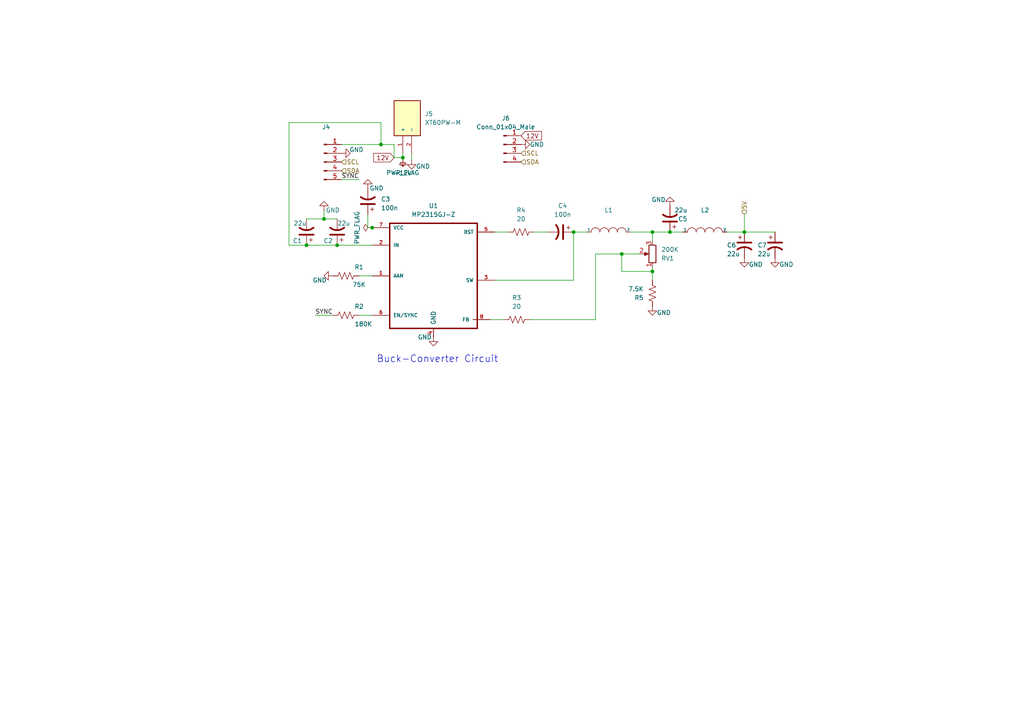
<source format=kicad_sch>
(kicad_sch (version 20211123) (generator eeschema)

  (uuid 44d8279a-9cd1-4db6-856f-0363131605fc)

  (paper "A4")

  (lib_symbols
    (symbol "Connector:Conn_01x04_Male" (pin_names (offset 1.016) hide) (in_bom yes) (on_board yes)
      (property "Reference" "J" (id 0) (at 0 5.08 0)
        (effects (font (size 1.27 1.27)))
      )
      (property "Value" "Conn_01x04_Male" (id 1) (at 0 -7.62 0)
        (effects (font (size 1.27 1.27)))
      )
      (property "Footprint" "" (id 2) (at 0 0 0)
        (effects (font (size 1.27 1.27)) hide)
      )
      (property "Datasheet" "~" (id 3) (at 0 0 0)
        (effects (font (size 1.27 1.27)) hide)
      )
      (property "ki_keywords" "connector" (id 4) (at 0 0 0)
        (effects (font (size 1.27 1.27)) hide)
      )
      (property "ki_description" "Generic connector, single row, 01x04, script generated (kicad-library-utils/schlib/autogen/connector/)" (id 5) (at 0 0 0)
        (effects (font (size 1.27 1.27)) hide)
      )
      (property "ki_fp_filters" "Connector*:*_1x??_*" (id 6) (at 0 0 0)
        (effects (font (size 1.27 1.27)) hide)
      )
      (symbol "Conn_01x04_Male_1_1"
        (polyline
          (pts
            (xy 1.27 -5.08)
            (xy 0.8636 -5.08)
          )
          (stroke (width 0.1524) (type default) (color 0 0 0 0))
          (fill (type none))
        )
        (polyline
          (pts
            (xy 1.27 -2.54)
            (xy 0.8636 -2.54)
          )
          (stroke (width 0.1524) (type default) (color 0 0 0 0))
          (fill (type none))
        )
        (polyline
          (pts
            (xy 1.27 0)
            (xy 0.8636 0)
          )
          (stroke (width 0.1524) (type default) (color 0 0 0 0))
          (fill (type none))
        )
        (polyline
          (pts
            (xy 1.27 2.54)
            (xy 0.8636 2.54)
          )
          (stroke (width 0.1524) (type default) (color 0 0 0 0))
          (fill (type none))
        )
        (rectangle (start 0.8636 -4.953) (end 0 -5.207)
          (stroke (width 0.1524) (type default) (color 0 0 0 0))
          (fill (type outline))
        )
        (rectangle (start 0.8636 -2.413) (end 0 -2.667)
          (stroke (width 0.1524) (type default) (color 0 0 0 0))
          (fill (type outline))
        )
        (rectangle (start 0.8636 0.127) (end 0 -0.127)
          (stroke (width 0.1524) (type default) (color 0 0 0 0))
          (fill (type outline))
        )
        (rectangle (start 0.8636 2.667) (end 0 2.413)
          (stroke (width 0.1524) (type default) (color 0 0 0 0))
          (fill (type outline))
        )
        (pin passive line (at 5.08 2.54 180) (length 3.81)
          (name "Pin_1" (effects (font (size 1.27 1.27))))
          (number "1" (effects (font (size 1.27 1.27))))
        )
        (pin passive line (at 5.08 0 180) (length 3.81)
          (name "Pin_2" (effects (font (size 1.27 1.27))))
          (number "2" (effects (font (size 1.27 1.27))))
        )
        (pin passive line (at 5.08 -2.54 180) (length 3.81)
          (name "Pin_3" (effects (font (size 1.27 1.27))))
          (number "3" (effects (font (size 1.27 1.27))))
        )
        (pin passive line (at 5.08 -5.08 180) (length 3.81)
          (name "Pin_4" (effects (font (size 1.27 1.27))))
          (number "4" (effects (font (size 1.27 1.27))))
        )
      )
    )
    (symbol "Connector:Conn_01x05_Male" (pin_names (offset 1.016) hide) (in_bom yes) (on_board yes)
      (property "Reference" "J" (id 0) (at 0 7.62 0)
        (effects (font (size 1.27 1.27)))
      )
      (property "Value" "Conn_01x05_Male" (id 1) (at 0 -7.62 0)
        (effects (font (size 1.27 1.27)))
      )
      (property "Footprint" "" (id 2) (at 0 0 0)
        (effects (font (size 1.27 1.27)) hide)
      )
      (property "Datasheet" "~" (id 3) (at 0 0 0)
        (effects (font (size 1.27 1.27)) hide)
      )
      (property "ki_keywords" "connector" (id 4) (at 0 0 0)
        (effects (font (size 1.27 1.27)) hide)
      )
      (property "ki_description" "Generic connector, single row, 01x05, script generated (kicad-library-utils/schlib/autogen/connector/)" (id 5) (at 0 0 0)
        (effects (font (size 1.27 1.27)) hide)
      )
      (property "ki_fp_filters" "Connector*:*_1x??_*" (id 6) (at 0 0 0)
        (effects (font (size 1.27 1.27)) hide)
      )
      (symbol "Conn_01x05_Male_1_1"
        (polyline
          (pts
            (xy 1.27 -5.08)
            (xy 0.8636 -5.08)
          )
          (stroke (width 0.1524) (type default) (color 0 0 0 0))
          (fill (type none))
        )
        (polyline
          (pts
            (xy 1.27 -2.54)
            (xy 0.8636 -2.54)
          )
          (stroke (width 0.1524) (type default) (color 0 0 0 0))
          (fill (type none))
        )
        (polyline
          (pts
            (xy 1.27 0)
            (xy 0.8636 0)
          )
          (stroke (width 0.1524) (type default) (color 0 0 0 0))
          (fill (type none))
        )
        (polyline
          (pts
            (xy 1.27 2.54)
            (xy 0.8636 2.54)
          )
          (stroke (width 0.1524) (type default) (color 0 0 0 0))
          (fill (type none))
        )
        (polyline
          (pts
            (xy 1.27 5.08)
            (xy 0.8636 5.08)
          )
          (stroke (width 0.1524) (type default) (color 0 0 0 0))
          (fill (type none))
        )
        (rectangle (start 0.8636 -4.953) (end 0 -5.207)
          (stroke (width 0.1524) (type default) (color 0 0 0 0))
          (fill (type outline))
        )
        (rectangle (start 0.8636 -2.413) (end 0 -2.667)
          (stroke (width 0.1524) (type default) (color 0 0 0 0))
          (fill (type outline))
        )
        (rectangle (start 0.8636 0.127) (end 0 -0.127)
          (stroke (width 0.1524) (type default) (color 0 0 0 0))
          (fill (type outline))
        )
        (rectangle (start 0.8636 2.667) (end 0 2.413)
          (stroke (width 0.1524) (type default) (color 0 0 0 0))
          (fill (type outline))
        )
        (rectangle (start 0.8636 5.207) (end 0 4.953)
          (stroke (width 0.1524) (type default) (color 0 0 0 0))
          (fill (type outline))
        )
        (pin passive line (at 5.08 5.08 180) (length 3.81)
          (name "Pin_1" (effects (font (size 1.27 1.27))))
          (number "1" (effects (font (size 1.27 1.27))))
        )
        (pin passive line (at 5.08 2.54 180) (length 3.81)
          (name "Pin_2" (effects (font (size 1.27 1.27))))
          (number "2" (effects (font (size 1.27 1.27))))
        )
        (pin passive line (at 5.08 0 180) (length 3.81)
          (name "Pin_3" (effects (font (size 1.27 1.27))))
          (number "3" (effects (font (size 1.27 1.27))))
        )
        (pin passive line (at 5.08 -2.54 180) (length 3.81)
          (name "Pin_4" (effects (font (size 1.27 1.27))))
          (number "4" (effects (font (size 1.27 1.27))))
        )
        (pin passive line (at 5.08 -5.08 180) (length 3.81)
          (name "Pin_5" (effects (font (size 1.27 1.27))))
          (number "5" (effects (font (size 1.27 1.27))))
        )
      )
    )
    (symbol "Device:C_Polarized_US" (pin_numbers hide) (pin_names (offset 0.254) hide) (in_bom yes) (on_board yes)
      (property "Reference" "C" (id 0) (at 0.635 2.54 0)
        (effects (font (size 1.27 1.27)) (justify left))
      )
      (property "Value" "C_Polarized_US" (id 1) (at 0.635 -2.54 0)
        (effects (font (size 1.27 1.27)) (justify left))
      )
      (property "Footprint" "" (id 2) (at 0 0 0)
        (effects (font (size 1.27 1.27)) hide)
      )
      (property "Datasheet" "~" (id 3) (at 0 0 0)
        (effects (font (size 1.27 1.27)) hide)
      )
      (property "ki_keywords" "cap capacitor" (id 4) (at 0 0 0)
        (effects (font (size 1.27 1.27)) hide)
      )
      (property "ki_description" "Polarized capacitor, US symbol" (id 5) (at 0 0 0)
        (effects (font (size 1.27 1.27)) hide)
      )
      (property "ki_fp_filters" "CP_*" (id 6) (at 0 0 0)
        (effects (font (size 1.27 1.27)) hide)
      )
      (symbol "C_Polarized_US_0_1"
        (polyline
          (pts
            (xy -2.032 0.762)
            (xy 2.032 0.762)
          )
          (stroke (width 0.508) (type default) (color 0 0 0 0))
          (fill (type none))
        )
        (polyline
          (pts
            (xy -1.778 2.286)
            (xy -0.762 2.286)
          )
          (stroke (width 0) (type default) (color 0 0 0 0))
          (fill (type none))
        )
        (polyline
          (pts
            (xy -1.27 1.778)
            (xy -1.27 2.794)
          )
          (stroke (width 0) (type default) (color 0 0 0 0))
          (fill (type none))
        )
        (arc (start 2.032 -1.27) (mid 0 -0.5572) (end -2.032 -1.27)
          (stroke (width 0.508) (type default) (color 0 0 0 0))
          (fill (type none))
        )
      )
      (symbol "C_Polarized_US_1_1"
        (pin passive line (at 0 3.81 270) (length 2.794)
          (name "~" (effects (font (size 1.27 1.27))))
          (number "1" (effects (font (size 1.27 1.27))))
        )
        (pin passive line (at 0 -3.81 90) (length 3.302)
          (name "~" (effects (font (size 1.27 1.27))))
          (number "2" (effects (font (size 1.27 1.27))))
        )
      )
    )
    (symbol "Device:R_Potentiometer" (pin_names (offset 1.016) hide) (in_bom yes) (on_board yes)
      (property "Reference" "RV" (id 0) (at -4.445 0 90)
        (effects (font (size 1.27 1.27)))
      )
      (property "Value" "R_Potentiometer" (id 1) (at -2.54 0 90)
        (effects (font (size 1.27 1.27)))
      )
      (property "Footprint" "" (id 2) (at 0 0 0)
        (effects (font (size 1.27 1.27)) hide)
      )
      (property "Datasheet" "~" (id 3) (at 0 0 0)
        (effects (font (size 1.27 1.27)) hide)
      )
      (property "ki_keywords" "resistor variable" (id 4) (at 0 0 0)
        (effects (font (size 1.27 1.27)) hide)
      )
      (property "ki_description" "Potentiometer" (id 5) (at 0 0 0)
        (effects (font (size 1.27 1.27)) hide)
      )
      (property "ki_fp_filters" "Potentiometer*" (id 6) (at 0 0 0)
        (effects (font (size 1.27 1.27)) hide)
      )
      (symbol "R_Potentiometer_0_1"
        (polyline
          (pts
            (xy 2.54 0)
            (xy 1.524 0)
          )
          (stroke (width 0) (type default) (color 0 0 0 0))
          (fill (type none))
        )
        (polyline
          (pts
            (xy 1.143 0)
            (xy 2.286 0.508)
            (xy 2.286 -0.508)
            (xy 1.143 0)
          )
          (stroke (width 0) (type default) (color 0 0 0 0))
          (fill (type outline))
        )
        (rectangle (start 1.016 2.54) (end -1.016 -2.54)
          (stroke (width 0.254) (type default) (color 0 0 0 0))
          (fill (type none))
        )
      )
      (symbol "R_Potentiometer_1_1"
        (pin passive line (at 0 3.81 270) (length 1.27)
          (name "1" (effects (font (size 1.27 1.27))))
          (number "1" (effects (font (size 1.27 1.27))))
        )
        (pin passive line (at 3.81 0 180) (length 1.27)
          (name "2" (effects (font (size 1.27 1.27))))
          (number "2" (effects (font (size 1.27 1.27))))
        )
        (pin passive line (at 0 -3.81 90) (length 1.27)
          (name "3" (effects (font (size 1.27 1.27))))
          (number "3" (effects (font (size 1.27 1.27))))
        )
      )
    )
    (symbol "Device:R_US" (pin_numbers hide) (pin_names (offset 0)) (in_bom yes) (on_board yes)
      (property "Reference" "R" (id 0) (at 2.54 0 90)
        (effects (font (size 1.27 1.27)))
      )
      (property "Value" "R_US" (id 1) (at -2.54 0 90)
        (effects (font (size 1.27 1.27)))
      )
      (property "Footprint" "" (id 2) (at 1.016 -0.254 90)
        (effects (font (size 1.27 1.27)) hide)
      )
      (property "Datasheet" "~" (id 3) (at 0 0 0)
        (effects (font (size 1.27 1.27)) hide)
      )
      (property "ki_keywords" "R res resistor" (id 4) (at 0 0 0)
        (effects (font (size 1.27 1.27)) hide)
      )
      (property "ki_description" "Resistor, US symbol" (id 5) (at 0 0 0)
        (effects (font (size 1.27 1.27)) hide)
      )
      (property "ki_fp_filters" "R_*" (id 6) (at 0 0 0)
        (effects (font (size 1.27 1.27)) hide)
      )
      (symbol "R_US_0_1"
        (polyline
          (pts
            (xy 0 -2.286)
            (xy 0 -2.54)
          )
          (stroke (width 0) (type default) (color 0 0 0 0))
          (fill (type none))
        )
        (polyline
          (pts
            (xy 0 2.286)
            (xy 0 2.54)
          )
          (stroke (width 0) (type default) (color 0 0 0 0))
          (fill (type none))
        )
        (polyline
          (pts
            (xy 0 -0.762)
            (xy 1.016 -1.143)
            (xy 0 -1.524)
            (xy -1.016 -1.905)
            (xy 0 -2.286)
          )
          (stroke (width 0) (type default) (color 0 0 0 0))
          (fill (type none))
        )
        (polyline
          (pts
            (xy 0 0.762)
            (xy 1.016 0.381)
            (xy 0 0)
            (xy -1.016 -0.381)
            (xy 0 -0.762)
          )
          (stroke (width 0) (type default) (color 0 0 0 0))
          (fill (type none))
        )
        (polyline
          (pts
            (xy 0 2.286)
            (xy 1.016 1.905)
            (xy 0 1.524)
            (xy -1.016 1.143)
            (xy 0 0.762)
          )
          (stroke (width 0) (type default) (color 0 0 0 0))
          (fill (type none))
        )
      )
      (symbol "R_US_1_1"
        (pin passive line (at 0 3.81 270) (length 1.27)
          (name "~" (effects (font (size 1.27 1.27))))
          (number "1" (effects (font (size 1.27 1.27))))
        )
        (pin passive line (at 0 -3.81 90) (length 1.27)
          (name "~" (effects (font (size 1.27 1.27))))
          (number "2" (effects (font (size 1.27 1.27))))
        )
      )
    )
    (symbol "MP2315GJ-Z:MP2315GJ-Z" (pin_names (offset 1.016)) (in_bom yes) (on_board yes)
      (property "Reference" "U" (id 0) (at -12.7 16.2306 0)
        (effects (font (size 1.27 1.27)) (justify left bottom))
      )
      (property "Value" "MP2315GJ-Z" (id 1) (at -12.7 -19.2278 0)
        (effects (font (size 1.27 1.27)) (justify left bottom))
      )
      (property "Footprint" "SOT65P280X100-8N" (id 2) (at 0 0 0)
        (effects (font (size 1.27 1.27)) (justify left bottom) hide)
      )
      (property "Datasheet" "SOT65P280X100-8N" (id 3) (at 0 0 0)
        (effects (font (size 1.27 1.27)) (justify left bottom) hide)
      )
      (property "Field4" "Monolithic Power" (id 4) (at 0 0 0)
        (effects (font (size 1.27 1.27)) (justify left bottom) hide)
      )
      (property "ki_locked" "" (id 5) (at 0 0 0)
        (effects (font (size 1.27 1.27)))
      )
      (symbol "MP2315GJ-Z_0_0"
        (polyline
          (pts
            (xy -12.7 -15.24)
            (xy -12.7 15.24)
          )
          (stroke (width 0.4064) (type default) (color 0 0 0 0))
          (fill (type none))
        )
        (polyline
          (pts
            (xy -12.7 15.24)
            (xy 12.7 15.24)
          )
          (stroke (width 0.4064) (type default) (color 0 0 0 0))
          (fill (type outline))
        )
        (polyline
          (pts
            (xy 12.7 -15.24)
            (xy -12.7 -15.24)
          )
          (stroke (width 0.4064) (type default) (color 0 0 0 0))
          (fill (type none))
        )
        (polyline
          (pts
            (xy 12.7 15.24)
            (xy 12.7 -15.24)
          )
          (stroke (width 0.4064) (type default) (color 0 0 0 0))
          (fill (type none))
        )
        (pin input line (at -17.78 0 0) (length 5.08)
          (name "AAM" (effects (font (size 1.016 1.016))))
          (number "1" (effects (font (size 1.016 1.016))))
        )
        (pin power_in line (at -17.78 8.89 0) (length 5.08)
          (name "IN" (effects (font (size 1.016 1.016))))
          (number "2" (effects (font (size 1.016 1.016))))
        )
        (pin bidirectional line (at 17.78 -1.27 180) (length 5.08)
          (name "SW" (effects (font (size 1.016 1.016))))
          (number "3" (effects (font (size 1.016 1.016))))
        )
        (pin output line (at 17.78 12.7 180) (length 5.08)
          (name "BST" (effects (font (size 1.016 1.016))))
          (number "5" (effects (font (size 1.016 1.016))))
        )
        (pin input line (at -17.78 -11.43 0) (length 5.08)
          (name "EN/SYNC" (effects (font (size 1.016 1.016))))
          (number "6" (effects (font (size 1.016 1.016))))
        )
        (pin power_in line (at -17.78 13.97 0) (length 5.08)
          (name "VCC" (effects (font (size 1.016 1.016))))
          (number "7" (effects (font (size 1.016 1.016))))
        )
        (pin bidirectional line (at 16.51 -12.7 180) (length 5.08)
          (name "FB" (effects (font (size 1.016 1.016))))
          (number "8" (effects (font (size 1.016 1.016))))
        )
      )
      (symbol "MP2315GJ-Z_1_1"
        (rectangle (start -12.7 15.24) (end 12.7 -15.24)
          (stroke (width 0) (type default) (color 0 0 0 0))
          (fill (type none))
        )
        (pin power_out line (at 0 -17.78 90) (length 2.54)
          (name "GND" (effects (font (size 1.27 1.27))))
          (number "4" (effects (font (size 1.27 1.27))))
        )
      )
    )
    (symbol "XT60PW-M:XT60PW-M" (pin_names (offset 1.016)) (in_bom yes) (on_board yes)
      (property "Reference" "J" (id 0) (at -5.08 5.715 0)
        (effects (font (size 1.27 1.27)) (justify left bottom))
      )
      (property "Value" "XT60PW-M" (id 1) (at -5.08 -5.08 0)
        (effects (font (size 1.27 1.27)) (justify left bottom))
      )
      (property "Footprint" "AMASS_XT60PW-M" (id 2) (at 0 0 0)
        (effects (font (size 1.27 1.27)) (justify left bottom) hide)
      )
      (property "Datasheet" "" (id 3) (at 0 0 0)
        (effects (font (size 1.27 1.27)) (justify left bottom) hide)
      )
      (property "STANDARD" "Manufacturer recommendations" (id 4) (at 0 0 0)
        (effects (font (size 1.27 1.27)) (justify left bottom) hide)
      )
      (property "PARTREV" "V1.2" (id 5) (at 0 0 0)
        (effects (font (size 1.27 1.27)) (justify left bottom) hide)
      )
      (property "MANUFACTURER" "AMASS" (id 6) (at 0 0 0)
        (effects (font (size 1.27 1.27)) (justify left bottom) hide)
      )
      (property "MAXIMUM_PACKAGE_HEIGHT" "8.4 mm" (id 7) (at 0 0 0)
        (effects (font (size 1.27 1.27)) (justify left bottom) hide)
      )
      (property "ki_locked" "" (id 8) (at 0 0 0)
        (effects (font (size 1.27 1.27)))
      )
      (symbol "XT60PW-M_0_0"
        (rectangle (start -5.08 -2.54) (end 5.08 5.08)
          (stroke (width 0.254) (type default) (color 0 0 0 0))
          (fill (type background))
        )
        (pin passive line (at -10.16 2.54 0) (length 5.08)
          (name "+" (effects (font (size 1.016 1.016))))
          (number "1" (effects (font (size 1.016 1.016))))
        )
        (pin passive line (at -10.16 0 0) (length 5.08)
          (name "-" (effects (font (size 1.016 1.016))))
          (number "2" (effects (font (size 1.016 1.016))))
        )
      )
    )
    (symbol "power:+12V" (power) (pin_names (offset 0)) (in_bom yes) (on_board yes)
      (property "Reference" "#PWR" (id 0) (at 0 -3.81 0)
        (effects (font (size 1.27 1.27)) hide)
      )
      (property "Value" "+12V" (id 1) (at 0 3.556 0)
        (effects (font (size 1.27 1.27)))
      )
      (property "Footprint" "" (id 2) (at 0 0 0)
        (effects (font (size 1.27 1.27)) hide)
      )
      (property "Datasheet" "" (id 3) (at 0 0 0)
        (effects (font (size 1.27 1.27)) hide)
      )
      (property "ki_keywords" "power-flag" (id 4) (at 0 0 0)
        (effects (font (size 1.27 1.27)) hide)
      )
      (property "ki_description" "Power symbol creates a global label with name \"+12V\"" (id 5) (at 0 0 0)
        (effects (font (size 1.27 1.27)) hide)
      )
      (symbol "+12V_0_1"
        (polyline
          (pts
            (xy -0.762 1.27)
            (xy 0 2.54)
          )
          (stroke (width 0) (type default) (color 0 0 0 0))
          (fill (type none))
        )
        (polyline
          (pts
            (xy 0 0)
            (xy 0 2.54)
          )
          (stroke (width 0) (type default) (color 0 0 0 0))
          (fill (type none))
        )
        (polyline
          (pts
            (xy 0 2.54)
            (xy 0.762 1.27)
          )
          (stroke (width 0) (type default) (color 0 0 0 0))
          (fill (type none))
        )
      )
      (symbol "+12V_1_1"
        (pin power_in line (at 0 0 90) (length 0) hide
          (name "+12V" (effects (font (size 1.27 1.27))))
          (number "1" (effects (font (size 1.27 1.27))))
        )
      )
    )
    (symbol "power:GND" (power) (pin_names (offset 0)) (in_bom yes) (on_board yes)
      (property "Reference" "#PWR" (id 0) (at 0 -6.35 0)
        (effects (font (size 1.27 1.27)) hide)
      )
      (property "Value" "GND" (id 1) (at 0 -3.81 0)
        (effects (font (size 1.27 1.27)))
      )
      (property "Footprint" "" (id 2) (at 0 0 0)
        (effects (font (size 1.27 1.27)) hide)
      )
      (property "Datasheet" "" (id 3) (at 0 0 0)
        (effects (font (size 1.27 1.27)) hide)
      )
      (property "ki_keywords" "power-flag" (id 4) (at 0 0 0)
        (effects (font (size 1.27 1.27)) hide)
      )
      (property "ki_description" "Power symbol creates a global label with name \"GND\" , ground" (id 5) (at 0 0 0)
        (effects (font (size 1.27 1.27)) hide)
      )
      (symbol "GND_0_1"
        (polyline
          (pts
            (xy 0 0)
            (xy 0 -1.27)
            (xy 1.27 -1.27)
            (xy 0 -2.54)
            (xy -1.27 -1.27)
            (xy 0 -1.27)
          )
          (stroke (width 0) (type default) (color 0 0 0 0))
          (fill (type none))
        )
      )
      (symbol "GND_1_1"
        (pin power_in line (at 0 0 270) (length 0) hide
          (name "GND" (effects (font (size 1.27 1.27))))
          (number "1" (effects (font (size 1.27 1.27))))
        )
      )
    )
    (symbol "power:PWR_FLAG" (power) (pin_numbers hide) (pin_names (offset 0) hide) (in_bom yes) (on_board yes)
      (property "Reference" "#FLG" (id 0) (at 0 1.905 0)
        (effects (font (size 1.27 1.27)) hide)
      )
      (property "Value" "PWR_FLAG" (id 1) (at 0 3.81 0)
        (effects (font (size 1.27 1.27)))
      )
      (property "Footprint" "" (id 2) (at 0 0 0)
        (effects (font (size 1.27 1.27)) hide)
      )
      (property "Datasheet" "~" (id 3) (at 0 0 0)
        (effects (font (size 1.27 1.27)) hide)
      )
      (property "ki_keywords" "power-flag" (id 4) (at 0 0 0)
        (effects (font (size 1.27 1.27)) hide)
      )
      (property "ki_description" "Special symbol for telling ERC where power comes from" (id 5) (at 0 0 0)
        (effects (font (size 1.27 1.27)) hide)
      )
      (symbol "PWR_FLAG_0_0"
        (pin power_out line (at 0 0 90) (length 0)
          (name "pwr" (effects (font (size 1.27 1.27))))
          (number "1" (effects (font (size 1.27 1.27))))
        )
      )
      (symbol "PWR_FLAG_0_1"
        (polyline
          (pts
            (xy 0 0)
            (xy 0 1.27)
            (xy -1.016 1.905)
            (xy 0 2.54)
            (xy 1.016 1.905)
            (xy 0 1.27)
          )
          (stroke (width 0) (type default) (color 0 0 0 0))
          (fill (type none))
        )
      )
    )
    (symbol "pspice:INDUCTOR" (pin_numbers hide) (pin_names (offset 0)) (in_bom yes) (on_board yes)
      (property "Reference" "L" (id 0) (at 0 2.54 0)
        (effects (font (size 1.27 1.27)))
      )
      (property "Value" "INDUCTOR" (id 1) (at 0 -1.27 0)
        (effects (font (size 1.27 1.27)))
      )
      (property "Footprint" "" (id 2) (at 0 0 0)
        (effects (font (size 1.27 1.27)) hide)
      )
      (property "Datasheet" "~" (id 3) (at 0 0 0)
        (effects (font (size 1.27 1.27)) hide)
      )
      (property "ki_keywords" "simulation" (id 4) (at 0 0 0)
        (effects (font (size 1.27 1.27)) hide)
      )
      (property "ki_description" "Inductor symbol for simulation only" (id 5) (at 0 0 0)
        (effects (font (size 1.27 1.27)) hide)
      )
      (symbol "INDUCTOR_0_1"
        (arc (start -2.54 0) (mid -3.81 1.27) (end -5.08 0)
          (stroke (width 0) (type default) (color 0 0 0 0))
          (fill (type none))
        )
        (arc (start 0 0) (mid -1.27 1.27) (end -2.54 0)
          (stroke (width 0) (type default) (color 0 0 0 0))
          (fill (type none))
        )
        (arc (start 2.54 0) (mid 1.27 1.27) (end 0 0)
          (stroke (width 0) (type default) (color 0 0 0 0))
          (fill (type none))
        )
        (arc (start 5.08 0) (mid 3.81 1.27) (end 2.54 0)
          (stroke (width 0) (type default) (color 0 0 0 0))
          (fill (type none))
        )
      )
      (symbol "INDUCTOR_1_1"
        (pin input line (at -6.35 0 0) (length 1.27)
          (name "1" (effects (font (size 0.762 0.762))))
          (number "1" (effects (font (size 0.762 0.762))))
        )
        (pin input line (at 6.35 0 180) (length 1.27)
          (name "2" (effects (font (size 0.762 0.762))))
          (number "2" (effects (font (size 0.762 0.762))))
        )
      )
    )
  )

  (junction (at 110.49 41.91) (diameter 0) (color 0 0 0 0)
    (uuid 296d5e80-c82b-4862-affe-a8be0eb030a8)
  )
  (junction (at 194.31 67.31) (diameter 0) (color 0 0 0 0)
    (uuid 3f9124ef-ff7e-4a86-8f4f-b7178560c014)
  )
  (junction (at 180.34 73.66) (diameter 0) (color 0 0 0 0)
    (uuid 6d3aadfd-4957-458a-beca-b6f30128f639)
  )
  (junction (at 88.9 71.12) (diameter 0) (color 0 0 0 0)
    (uuid 7ae8717e-b4f1-4189-a477-0fb7656ec348)
  )
  (junction (at 107.95 66.04) (diameter 0) (color 0 0 0 0)
    (uuid 8ed0c672-bd0d-47dc-a1b5-b443a2fe6420)
  )
  (junction (at 215.9 67.31) (diameter 0) (color 0 0 0 0)
    (uuid a4726d8a-e874-483d-be3e-48465f4466a2)
  )
  (junction (at 116.84 45.72) (diameter 0) (color 0 0 0 0)
    (uuid ab3ff2d1-8c7c-4150-abc3-b48f5f21fd8f)
  )
  (junction (at 93.98 63.5) (diameter 0) (color 0 0 0 0)
    (uuid cb660648-9ea1-4c68-9c75-cf5bf476f82d)
  )
  (junction (at 166.37 67.31) (diameter 0) (color 0 0 0 0)
    (uuid d2d1e241-b845-4d21-8872-bb1c6d5c9757)
  )
  (junction (at 189.23 78.74) (diameter 0) (color 0 0 0 0)
    (uuid dc6a4d9b-887b-437f-bb5e-95b547aed5e9)
  )
  (junction (at 189.23 67.31) (diameter 0) (color 0 0 0 0)
    (uuid f5846348-3bce-4637-8697-09c60be2e322)
  )
  (junction (at 97.79 71.12) (diameter 0) (color 0 0 0 0)
    (uuid f77aca23-77e4-4ce2-a79f-cb9720049216)
  )

  (wire (pts (xy 185.42 73.66) (xy 180.34 73.66))
    (stroke (width 0) (type default) (color 0 0 0 0))
    (uuid 11ddea2d-1e7c-4a95-8243-71e36e73242d)
  )
  (wire (pts (xy 180.34 73.66) (xy 180.34 78.74))
    (stroke (width 0) (type default) (color 0 0 0 0))
    (uuid 22a2600b-6a94-46e4-b759-7a940732c125)
  )
  (wire (pts (xy 106.68 66.04) (xy 106.68 62.23))
    (stroke (width 0) (type default) (color 0 0 0 0))
    (uuid 2444f6e3-93be-429d-9d0f-e91b9046154a)
  )
  (wire (pts (xy 88.9 63.5) (xy 93.98 63.5))
    (stroke (width 0) (type default) (color 0 0 0 0))
    (uuid 261541f1-3c0f-4112-844b-d0b839f53798)
  )
  (wire (pts (xy 154.94 67.31) (xy 158.75 67.31))
    (stroke (width 0) (type default) (color 0 0 0 0))
    (uuid 2c68ddcb-4e30-4b8f-b2c2-3bb4e2de93e1)
  )
  (wire (pts (xy 180.34 73.66) (xy 172.72 73.66))
    (stroke (width 0) (type default) (color 0 0 0 0))
    (uuid 2ef2e9fa-cdaf-44c5-aa3f-f246a38282d0)
  )
  (wire (pts (xy 93.98 60.96) (xy 93.98 63.5))
    (stroke (width 0) (type default) (color 0 0 0 0))
    (uuid 3374f587-2d01-4691-a6e3-8fc7c4a0d165)
  )
  (wire (pts (xy 182.88 67.31) (xy 189.23 67.31))
    (stroke (width 0) (type default) (color 0 0 0 0))
    (uuid 3d110515-596f-4a8e-8934-f55806d46311)
  )
  (wire (pts (xy 104.14 91.44) (xy 107.95 91.44))
    (stroke (width 0) (type default) (color 0 0 0 0))
    (uuid 3dae4d25-cea0-48bd-a894-81406549b9b4)
  )
  (wire (pts (xy 166.37 67.31) (xy 170.18 67.31))
    (stroke (width 0) (type default) (color 0 0 0 0))
    (uuid 440c954d-dd56-41c1-be5f-48967e2bc6b1)
  )
  (wire (pts (xy 114.3 41.91) (xy 114.3 45.72))
    (stroke (width 0) (type default) (color 0 0 0 0))
    (uuid 44c673c3-20c5-47a2-9920-37f2a3704dc8)
  )
  (wire (pts (xy 143.51 81.28) (xy 166.37 81.28))
    (stroke (width 0) (type default) (color 0 0 0 0))
    (uuid 45c80d87-1194-487a-82c1-a8d2bd6ae414)
  )
  (wire (pts (xy 180.34 78.74) (xy 189.23 78.74))
    (stroke (width 0) (type default) (color 0 0 0 0))
    (uuid 45f3e745-80b8-4a1e-a5e5-ad3f534192c9)
  )
  (wire (pts (xy 110.49 41.91) (xy 114.3 41.91))
    (stroke (width 0) (type default) (color 0 0 0 0))
    (uuid 4b656d6a-c7a4-4eb3-b0cf-36d7c4193002)
  )
  (wire (pts (xy 189.23 78.74) (xy 189.23 77.47))
    (stroke (width 0) (type default) (color 0 0 0 0))
    (uuid 59fed6f5-6ad8-4089-b0d0-2b063674a41c)
  )
  (wire (pts (xy 143.51 67.31) (xy 147.32 67.31))
    (stroke (width 0) (type default) (color 0 0 0 0))
    (uuid 5fdf3882-6518-48fd-8eaa-534a093f82a5)
  )
  (wire (pts (xy 97.79 71.12) (xy 107.95 71.12))
    (stroke (width 0) (type default) (color 0 0 0 0))
    (uuid 71baea62-0d3e-43e3-a399-b6ca3f3a7898)
  )
  (wire (pts (xy 83.82 35.56) (xy 110.49 35.56))
    (stroke (width 0) (type default) (color 0 0 0 0))
    (uuid 71bdeef3-98d0-4696-b411-2d9df0d5a06a)
  )
  (wire (pts (xy 91.44 91.44) (xy 96.52 91.44))
    (stroke (width 0) (type default) (color 0 0 0 0))
    (uuid 73b345da-2b0b-4713-a69b-e21152e06c93)
  )
  (wire (pts (xy 116.84 44.45) (xy 116.84 45.72))
    (stroke (width 0) (type default) (color 0 0 0 0))
    (uuid 7b7514e4-743e-46f6-8fc2-fea9db270045)
  )
  (wire (pts (xy 104.14 80.01) (xy 107.95 80.01))
    (stroke (width 0) (type default) (color 0 0 0 0))
    (uuid 7f289c63-9a66-4ef5-9fb2-7016cbd12fc3)
  )
  (wire (pts (xy 83.82 71.12) (xy 83.82 35.56))
    (stroke (width 0) (type default) (color 0 0 0 0))
    (uuid 829a2804-837b-421a-addb-5aa842a61816)
  )
  (wire (pts (xy 93.98 63.5) (xy 97.79 63.5))
    (stroke (width 0) (type default) (color 0 0 0 0))
    (uuid 892cc84f-f9a3-4fcf-a321-773cda08473d)
  )
  (wire (pts (xy 194.31 67.31) (xy 198.12 67.31))
    (stroke (width 0) (type default) (color 0 0 0 0))
    (uuid 8b656090-22bf-49f2-bd73-889219d6a800)
  )
  (wire (pts (xy 88.9 71.12) (xy 83.82 71.12))
    (stroke (width 0) (type default) (color 0 0 0 0))
    (uuid 900f9079-7b14-4043-bed1-ae7ef09bd99b)
  )
  (wire (pts (xy 107.95 66.04) (xy 106.68 66.04))
    (stroke (width 0) (type default) (color 0 0 0 0))
    (uuid 953b6d26-da40-4df9-a0ab-83d1afcb275f)
  )
  (wire (pts (xy 215.9 62.23) (xy 215.9 67.31))
    (stroke (width 0) (type default) (color 0 0 0 0))
    (uuid 9734dc12-cd80-4c66-a8d1-e365c5cc77ed)
  )
  (wire (pts (xy 172.72 73.66) (xy 172.72 92.71))
    (stroke (width 0) (type default) (color 0 0 0 0))
    (uuid 97f07057-9f7c-4769-9633-5db9f5d8f157)
  )
  (wire (pts (xy 119.38 46.482) (xy 119.38 44.45))
    (stroke (width 0) (type default) (color 0 0 0 0))
    (uuid 9bb20359-0f8b-45bc-9d38-6626ed3a939d)
  )
  (wire (pts (xy 99.06 41.91) (xy 110.49 41.91))
    (stroke (width 0) (type default) (color 0 0 0 0))
    (uuid a183b2fd-7279-4045-9676-06471409624a)
  )
  (wire (pts (xy 114.3 45.72) (xy 116.84 45.72))
    (stroke (width 0) (type default) (color 0 0 0 0))
    (uuid a34797b1-843c-45f6-807f-d0ba04550a59)
  )
  (wire (pts (xy 88.9 71.12) (xy 97.79 71.12))
    (stroke (width 0) (type default) (color 0 0 0 0))
    (uuid a55d5eb8-145d-414e-8315-06e381ced580)
  )
  (wire (pts (xy 104.14 52.07) (xy 99.06 52.07))
    (stroke (width 0) (type default) (color 0 0 0 0))
    (uuid afe11237-d878-4062-8421-cf9c06a6c358)
  )
  (wire (pts (xy 189.23 67.31) (xy 194.31 67.31))
    (stroke (width 0) (type default) (color 0 0 0 0))
    (uuid b50ed894-659b-4ccf-b577-1fd3571af6c5)
  )
  (wire (pts (xy 110.49 35.56) (xy 110.49 41.91))
    (stroke (width 0) (type default) (color 0 0 0 0))
    (uuid c09b062b-2e5c-4d4c-aaa9-ccc1768ec4a9)
  )
  (wire (pts (xy 146.05 92.71) (xy 142.24 92.71))
    (stroke (width 0) (type default) (color 0 0 0 0))
    (uuid c26c79e0-eaf9-4d8c-a1bc-a755450d76d8)
  )
  (wire (pts (xy 172.72 92.71) (xy 153.67 92.71))
    (stroke (width 0) (type default) (color 0 0 0 0))
    (uuid c2d2c217-06f0-4231-96e0-b675dc5dee0b)
  )
  (wire (pts (xy 215.9 67.31) (xy 224.79 67.31))
    (stroke (width 0) (type default) (color 0 0 0 0))
    (uuid d0da941d-a4dd-4d5e-94e9-e3a734b638e3)
  )
  (wire (pts (xy 189.23 81.28) (xy 189.23 78.74))
    (stroke (width 0) (type default) (color 0 0 0 0))
    (uuid d7a42c0d-6299-4efa-90fb-d903d8566c3d)
  )
  (wire (pts (xy 210.82 67.31) (xy 215.9 67.31))
    (stroke (width 0) (type default) (color 0 0 0 0))
    (uuid e44ab8a7-c22a-403e-a5e4-f23c991f63d5)
  )
  (wire (pts (xy 189.23 67.31) (xy 189.23 69.85))
    (stroke (width 0) (type default) (color 0 0 0 0))
    (uuid eaa25f5c-53d1-4090-811a-26ca97c137cb)
  )
  (wire (pts (xy 166.37 81.28) (xy 166.37 67.31))
    (stroke (width 0) (type default) (color 0 0 0 0))
    (uuid f226540f-0d28-46f5-808c-dd8c509d7182)
  )

  (text "Buck-Converter Circuit" (at 109.22 105.41 0)
    (effects (font (size 2 2)) (justify left bottom))
    (uuid e7d01280-1638-40ab-865c-d83a62642c95)
  )

  (label "SYNC" (at 104.14 52.07 180)
    (effects (font (size 1.27 1.27)) (justify right bottom))
    (uuid 0a7d6a09-11ae-42d8-b748-846a148ddaa7)
  )
  (label "SYNC" (at 91.44 91.44 0)
    (effects (font (size 1.27 1.27)) (justify left bottom))
    (uuid 0d1b69bb-b00c-40d8-935d-9bb5e0400f0f)
  )

  (global_label "12V" (shape input) (at 114.3 45.72 180) (fields_autoplaced)
    (effects (font (size 1.27 1.27)) (justify right))
    (uuid 7dc880bc-e7eb-4cce-8d8c-0b65a9dd788e)
    (property "Intersheet References" "${INTERSHEET_REFS}" (id 0) (at -9.652 -0.762 0)
      (effects (font (size 1.27 1.27)) hide)
    )
  )
  (global_label "12V" (shape input) (at 151.13 39.37 0) (fields_autoplaced)
    (effects (font (size 1.27 1.27)) (justify left))
    (uuid c35c243a-c28c-48da-8a2a-504470ca1dd3)
    (property "Intersheet References" "${INTERSHEET_REFS}" (id 0) (at 275.082 85.852 0)
      (effects (font (size 1.27 1.27)) hide)
    )
  )

  (hierarchical_label "SCL" (shape input) (at 151.13 44.45 0)
    (effects (font (size 1.27 1.27)) (justify left))
    (uuid 3636c872-9d44-4e25-8508-52ae4d269507)
  )
  (hierarchical_label "SDA" (shape input) (at 99.06 49.53 0)
    (effects (font (size 1.27 1.27)) (justify left))
    (uuid 3e903008-0276-4a73-8edb-5d9dfde6297c)
  )
  (hierarchical_label "SDA" (shape input) (at 151.13 46.99 0)
    (effects (font (size 1.27 1.27)) (justify left))
    (uuid 65c1b946-a6bb-44fb-b211-0a5d39c28996)
  )
  (hierarchical_label "5V" (shape input) (at 215.9 62.23 90)
    (effects (font (size 1.27 1.27)) (justify left))
    (uuid 758dddb4-8fe9-445c-bdf8-b341b4a47047)
  )
  (hierarchical_label "SCL" (shape input) (at 99.06 46.99 0)
    (effects (font (size 1.27 1.27)) (justify left))
    (uuid 75ffc65c-7132-4411-9f2a-ae0c73d79338)
  )

  (symbol (lib_id "power:GND") (at 119.38 46.482 0) (unit 1)
    (in_bom yes) (on_board yes)
    (uuid 00000000-0000-0000-0000-0000625255a6)
    (property "Reference" "#PWR0102" (id 0) (at 119.38 52.832 0)
      (effects (font (size 1.27 1.27)) hide)
    )
    (property "Value" "GND" (id 1) (at 122.682 48.26 0))
    (property "Footprint" "" (id 2) (at 119.38 46.482 0)
      (effects (font (size 1.27 1.27)) hide)
    )
    (property "Datasheet" "" (id 3) (at 119.38 46.482 0)
      (effects (font (size 1.27 1.27)) hide)
    )
    (pin "1" (uuid 1d2d5409-88f7-49e7-af86-7e9d4508aee5))
  )

  (symbol (lib_id "power:GND") (at 99.06 44.45 90) (unit 1)
    (in_bom yes) (on_board yes)
    (uuid 00000000-0000-0000-0000-0000625334fb)
    (property "Reference" "#PWR0106" (id 0) (at 105.41 44.45 0)
      (effects (font (size 1.27 1.27)) hide)
    )
    (property "Value" "GND" (id 1) (at 101.346 43.434 90)
      (effects (font (size 1.27 1.27)) (justify right))
    )
    (property "Footprint" "" (id 2) (at 99.06 44.45 0)
      (effects (font (size 1.27 1.27)) hide)
    )
    (property "Datasheet" "" (id 3) (at 99.06 44.45 0)
      (effects (font (size 1.27 1.27)) hide)
    )
    (pin "1" (uuid 660f274e-865c-4a92-9f67-759f39e3f3e2))
  )

  (symbol (lib_id "power:PWR_FLAG") (at 116.84 45.72 180) (unit 1)
    (in_bom yes) (on_board yes)
    (uuid 00000000-0000-0000-0000-000062533e89)
    (property "Reference" "#FLG0101" (id 0) (at 116.84 47.625 0)
      (effects (font (size 1.27 1.27)) hide)
    )
    (property "Value" "PWR_FLAG" (id 1) (at 116.84 50.1142 0))
    (property "Footprint" "" (id 2) (at 116.84 45.72 0)
      (effects (font (size 1.27 1.27)) hide)
    )
    (property "Datasheet" "~" (id 3) (at 116.84 45.72 0)
      (effects (font (size 1.27 1.27)) hide)
    )
    (pin "1" (uuid 3dfb52c6-9d35-4f96-9279-c27e60d1dc50))
  )

  (symbol (lib_id "Device:C_Polarized_US") (at 224.79 71.12 0) (unit 1)
    (in_bom yes) (on_board yes)
    (uuid 011cea97-6c64-4775-b76d-b4988ee2ebba)
    (property "Reference" "C7" (id 0) (at 219.71 71.12 0)
      (effects (font (size 1.27 1.27)) (justify left))
    )
    (property "Value" "22u" (id 1) (at 219.71 73.66 0)
      (effects (font (size 1.27 1.27)) (justify left))
    )
    (property "Footprint" "Capacitor_SMD:C_1210_3225Metric_Pad1.33x2.70mm_HandSolder" (id 2) (at 224.79 71.12 0)
      (effects (font (size 1.27 1.27)) hide)
    )
    (property "Datasheet" "~" (id 3) (at 224.79 71.12 0)
      (effects (font (size 1.27 1.27)) hide)
    )
    (pin "1" (uuid e5698f97-9b46-4685-93a9-dae619ba0915))
    (pin "2" (uuid 391bed6e-78d7-48af-8142-596d4145e9b7))
  )

  (symbol (lib_id "Device:R_US") (at 100.33 80.01 90) (unit 1)
    (in_bom yes) (on_board yes)
    (uuid 01ab8886-1033-4950-85a1-f2de223eb967)
    (property "Reference" "R1" (id 0) (at 104.14 77.47 90))
    (property "Value" "75K" (id 1) (at 104.14 82.55 90))
    (property "Footprint" "Resistor_SMD:R_0805_2012Metric_Pad1.20x1.40mm_HandSolder" (id 2) (at 100.584 78.994 90)
      (effects (font (size 1.27 1.27)) hide)
    )
    (property "Datasheet" "~" (id 3) (at 100.33 80.01 0)
      (effects (font (size 1.27 1.27)) hide)
    )
    (pin "1" (uuid ad0a67d6-2f80-4658-8510-e22eeb4513ce))
    (pin "2" (uuid 9060c4a2-10ea-4a5a-96d0-f7e5b3e94833))
  )

  (symbol (lib_id "Device:R_US") (at 151.13 67.31 90) (unit 1)
    (in_bom yes) (on_board yes) (fields_autoplaced)
    (uuid 104d142c-2848-43a9-90f7-418cfe11ef1c)
    (property "Reference" "R4" (id 0) (at 151.13 60.96 90))
    (property "Value" "20" (id 1) (at 151.13 63.5 90))
    (property "Footprint" "Resistor_SMD:R_0805_2012Metric_Pad1.20x1.40mm_HandSolder" (id 2) (at 151.384 66.294 90)
      (effects (font (size 1.27 1.27)) hide)
    )
    (property "Datasheet" "~" (id 3) (at 151.13 67.31 0)
      (effects (font (size 1.27 1.27)) hide)
    )
    (pin "1" (uuid 019fbf21-a335-4212-bbb7-9eba677af132))
    (pin "2" (uuid 6670c647-74ef-4006-8d39-81875fd9979a))
  )

  (symbol (lib_id "Device:C_Polarized_US") (at 162.56 67.31 270) (unit 1)
    (in_bom yes) (on_board yes) (fields_autoplaced)
    (uuid 1668cb17-390e-40a7-acfc-1a603d907707)
    (property "Reference" "C4" (id 0) (at 163.195 59.69 90))
    (property "Value" "100n" (id 1) (at 163.195 62.23 90))
    (property "Footprint" "Capacitor_SMD:C_0805_2012Metric_Pad1.18x1.45mm_HandSolder" (id 2) (at 162.56 67.31 0)
      (effects (font (size 1.27 1.27)) hide)
    )
    (property "Datasheet" "~" (id 3) (at 162.56 67.31 0)
      (effects (font (size 1.27 1.27)) hide)
    )
    (pin "1" (uuid 209fb4b9-5063-42f4-9753-a512aa0b12a3))
    (pin "2" (uuid 4222c270-610d-4bbe-a29a-4ed5d9b44d38))
  )

  (symbol (lib_id "power:GND") (at 215.9 74.93 0) (unit 1)
    (in_bom yes) (on_board yes)
    (uuid 16afa295-765b-4e8c-881c-2801687e6b4a)
    (property "Reference" "#PWR0112" (id 0) (at 215.9 81.28 0)
      (effects (font (size 1.27 1.27)) hide)
    )
    (property "Value" "GND" (id 1) (at 219.202 76.708 0))
    (property "Footprint" "" (id 2) (at 215.9 74.93 0)
      (effects (font (size 1.27 1.27)) hide)
    )
    (property "Datasheet" "" (id 3) (at 215.9 74.93 0)
      (effects (font (size 1.27 1.27)) hide)
    )
    (pin "1" (uuid eb5d22b1-e8c7-4687-b383-ef2e49831683))
  )

  (symbol (lib_id "power:GND") (at 189.23 88.9 0) (unit 1)
    (in_bom yes) (on_board yes)
    (uuid 20b38925-4816-4bd8-b3e5-62aa8da0ed4f)
    (property "Reference" "#PWR0114" (id 0) (at 189.23 95.25 0)
      (effects (font (size 1.27 1.27)) hide)
    )
    (property "Value" "GND" (id 1) (at 192.532 90.678 0))
    (property "Footprint" "" (id 2) (at 189.23 88.9 0)
      (effects (font (size 1.27 1.27)) hide)
    )
    (property "Datasheet" "" (id 3) (at 189.23 88.9 0)
      (effects (font (size 1.27 1.27)) hide)
    )
    (pin "1" (uuid 1dc74f8c-2fde-4182-80f7-48f94c70feb6))
  )

  (symbol (lib_id "power:GND") (at 224.79 74.93 0) (unit 1)
    (in_bom yes) (on_board yes)
    (uuid 256ec7c6-8d37-4dc0-9a83-37b528333626)
    (property "Reference" "#PWR0113" (id 0) (at 224.79 81.28 0)
      (effects (font (size 1.27 1.27)) hide)
    )
    (property "Value" "GND" (id 1) (at 228.092 76.708 0))
    (property "Footprint" "" (id 2) (at 224.79 74.93 0)
      (effects (font (size 1.27 1.27)) hide)
    )
    (property "Datasheet" "" (id 3) (at 224.79 74.93 0)
      (effects (font (size 1.27 1.27)) hide)
    )
    (pin "1" (uuid 43a70889-bebb-45cb-aa6f-68472bd4aac5))
  )

  (symbol (lib_id "power:GND") (at 93.98 60.96 180) (unit 1)
    (in_bom yes) (on_board yes)
    (uuid 27eb8536-aa1f-44f6-b088-4549c45c28fa)
    (property "Reference" "#PWR0103" (id 0) (at 93.98 54.61 0)
      (effects (font (size 1.27 1.27)) hide)
    )
    (property "Value" "GND" (id 1) (at 96.52 60.96 0))
    (property "Footprint" "" (id 2) (at 93.98 60.96 0)
      (effects (font (size 1.27 1.27)) hide)
    )
    (property "Datasheet" "" (id 3) (at 93.98 60.96 0)
      (effects (font (size 1.27 1.27)) hide)
    )
    (pin "1" (uuid f3718bd8-d521-4482-a849-9cddd72f62f5))
  )

  (symbol (lib_id "MP2315GJ-Z:MP2315GJ-Z") (at 125.73 80.01 0) (unit 1)
    (in_bom yes) (on_board yes) (fields_autoplaced)
    (uuid 2b4ab531-2533-40ee-9540-928bfe9e3de1)
    (property "Reference" "U1" (id 0) (at 125.73 59.69 0))
    (property "Value" "MP2315GJ-Z" (id 1) (at 125.73 62.23 0))
    (property "Footprint" ".pretty:SOT65P280X100-8N" (id 2) (at 125.73 80.01 0)
      (effects (font (size 1.27 1.27)) (justify left bottom) hide)
    )
    (property "Datasheet" "https://www.monolithicpower.com/en/documentview/productdocument/index/version/2/document_type/Datasheet/lang/en/sku/MP2315/document_id/513" (id 3) (at 125.73 80.01 0)
      (effects (font (size 1.27 1.27)) (justify left bottom) hide)
    )
    (property "Field4" "Monolithic Power" (id 4) (at 125.73 80.01 0)
      (effects (font (size 1.27 1.27)) (justify left bottom) hide)
    )
    (pin "1" (uuid b46f048c-1f03-4b6d-a7a0-f000320b5227))
    (pin "2" (uuid 577015d0-447d-4e0d-81c7-0dbfe28aa2a5))
    (pin "3" (uuid bfdff2b8-c153-4726-b18a-2758f91b7fc0))
    (pin "5" (uuid 2fc7e7b0-6ab9-4402-b7d9-42bb8f758038))
    (pin "6" (uuid 6af654a4-da7d-4192-b911-459b392c591a))
    (pin "7" (uuid 5c00c20c-e55c-41f0-9f22-d63731dd5734))
    (pin "8" (uuid 2c0ce8a2-1484-42fe-b01f-9498c34c09d7))
    (pin "4" (uuid 5d365a4b-69ec-495c-8c9e-9b3926051335))
  )

  (symbol (lib_id "power:GND") (at 96.52 80.01 270) (unit 1)
    (in_bom yes) (on_board yes)
    (uuid 34411843-0171-497d-ad2a-f74d1677092b)
    (property "Reference" "#PWR0111" (id 0) (at 90.17 80.01 0)
      (effects (font (size 1.27 1.27)) hide)
    )
    (property "Value" "GND" (id 1) (at 92.71 81.28 90))
    (property "Footprint" "" (id 2) (at 96.52 80.01 0)
      (effects (font (size 1.27 1.27)) hide)
    )
    (property "Datasheet" "" (id 3) (at 96.52 80.01 0)
      (effects (font (size 1.27 1.27)) hide)
    )
    (pin "1" (uuid 6551a886-cb34-4d3d-87fb-4837053adaa5))
  )

  (symbol (lib_id "Device:R_US") (at 100.33 91.44 90) (unit 1)
    (in_bom yes) (on_board yes)
    (uuid 3958159c-4a64-4fe6-ad0f-23afd9a4b82b)
    (property "Reference" "R2" (id 0) (at 104.14 88.9 90))
    (property "Value" "180K" (id 1) (at 105.41 93.98 90))
    (property "Footprint" "Resistor_SMD:R_1206_3216Metric_Pad1.30x1.75mm_HandSolder" (id 2) (at 100.584 90.424 90)
      (effects (font (size 1.27 1.27)) hide)
    )
    (property "Datasheet" "~" (id 3) (at 100.33 91.44 0)
      (effects (font (size 1.27 1.27)) hide)
    )
    (pin "1" (uuid 7732dcc1-f9d7-430a-aed0-bf61fe06bb4a))
    (pin "2" (uuid c3abb95d-2774-4664-9a4d-9b04e4ab63f6))
  )

  (symbol (lib_id "Device:R_US") (at 189.23 85.09 180) (unit 1)
    (in_bom yes) (on_board yes) (fields_autoplaced)
    (uuid 3b04ba31-fd11-49cf-894e-44d80541038a)
    (property "Reference" "R5" (id 0) (at 186.69 86.3601 0)
      (effects (font (size 1.27 1.27)) (justify left))
    )
    (property "Value" "7.5K" (id 1) (at 186.69 83.8201 0)
      (effects (font (size 1.27 1.27)) (justify left))
    )
    (property "Footprint" "Resistor_SMD:R_0805_2012Metric_Pad1.20x1.40mm_HandSolder" (id 2) (at 188.214 84.836 90)
      (effects (font (size 1.27 1.27)) hide)
    )
    (property "Datasheet" "~" (id 3) (at 189.23 85.09 0)
      (effects (font (size 1.27 1.27)) hide)
    )
    (pin "1" (uuid 54cb9142-3474-45e2-a0c9-ed97b367f2f1))
    (pin "2" (uuid 224ee69d-525e-470e-bb70-a215e05af7ef))
  )

  (symbol (lib_id "pspice:INDUCTOR") (at 204.47 67.31 0) (unit 1)
    (in_bom yes) (on_board yes) (fields_autoplaced)
    (uuid 4b38977e-4138-49a9-be78-25b9b62f1a08)
    (property "Reference" "L2" (id 0) (at 204.47 60.96 0))
    (property "Value" "" (id 1) (at 204.47 63.5 0))
    (property "Footprint" "" (id 2) (at 204.47 67.31 0)
      (effects (font (size 1.27 1.27)) hide)
    )
    (property "Datasheet" "https://search.murata.co.jp/Ceramy/image/img/P02A/kmp_1400.pdf" (id 3) (at 204.47 67.31 0)
      (effects (font (size 1.27 1.27)) hide)
    )
    (property "Order" "https://www.digikey.com/en/products/detail/murata-power-solutions-inc/1422435C/1924834" (id 4) (at 204.47 67.31 0)
      (effects (font (size 1.27 1.27)) hide)
    )
    (pin "1" (uuid 2dcc4460-35c4-4b53-bfe7-e4fd7d8e4939))
    (pin "2" (uuid 0157cd7d-8f07-4b09-8aab-11733d89a4a3))
  )

  (symbol (lib_id "power:GND") (at 125.73 97.79 0) (unit 1)
    (in_bom yes) (on_board yes)
    (uuid 4de8e937-5565-4956-85c6-b65ddb236914)
    (property "Reference" "#PWR0104" (id 0) (at 125.73 104.14 0)
      (effects (font (size 1.27 1.27)) hide)
    )
    (property "Value" "GND" (id 1) (at 123.19 97.79 0))
    (property "Footprint" "" (id 2) (at 125.73 97.79 0)
      (effects (font (size 1.27 1.27)) hide)
    )
    (property "Datasheet" "" (id 3) (at 125.73 97.79 0)
      (effects (font (size 1.27 1.27)) hide)
    )
    (pin "1" (uuid 3d785780-869c-4a05-9274-e5ad362f2ee3))
  )

  (symbol (lib_id "XT60PW-M:XT60PW-M") (at 119.38 34.29 90) (unit 1)
    (in_bom yes) (on_board yes) (fields_autoplaced)
    (uuid 4ee4664d-b19c-42b0-a90e-fe9df1307883)
    (property "Reference" "J5" (id 0) (at 123.19 33.0199 90)
      (effects (font (size 1.27 1.27)) (justify right))
    )
    (property "Value" "XT60PW-M" (id 1) (at 123.19 35.5599 90)
      (effects (font (size 1.27 1.27)) (justify right))
    )
    (property "Footprint" ".pretty:AMASS_XT60PW-M" (id 2) (at 119.38 34.29 0)
      (effects (font (size 1.27 1.27)) (justify left bottom) hide)
    )
    (property "Datasheet" "" (id 3) (at 119.38 34.29 0)
      (effects (font (size 1.27 1.27)) (justify left bottom) hide)
    )
    (property "STANDARD" "Manufacturer recommendations" (id 4) (at 119.38 34.29 0)
      (effects (font (size 1.27 1.27)) (justify left bottom) hide)
    )
    (property "PARTREV" "V1.2" (id 5) (at 119.38 34.29 0)
      (effects (font (size 1.27 1.27)) (justify left bottom) hide)
    )
    (property "MANUFACTURER" "AMASS" (id 6) (at 119.38 34.29 0)
      (effects (font (size 1.27 1.27)) (justify left bottom) hide)
    )
    (property "MAXIMUM_PACKAGE_HEIGHT" "8.4 mm" (id 7) (at 119.38 34.29 0)
      (effects (font (size 1.27 1.27)) (justify left bottom) hide)
    )
    (pin "1" (uuid ee7905a8-b176-49d0-9826-f6f1c63b3e7d))
    (pin "2" (uuid 3ece1c67-f4b3-44e8-9f85-2049ec811bf5))
  )

  (symbol (lib_id "power:GND") (at 151.13 41.91 90) (unit 1)
    (in_bom yes) (on_board yes)
    (uuid 54eeeeb6-6d55-466e-acbf-57f24fd4861a)
    (property "Reference" "#PWR0117" (id 0) (at 157.48 41.91 0)
      (effects (font (size 1.27 1.27)) hide)
    )
    (property "Value" "GND" (id 1) (at 153.67 41.91 90)
      (effects (font (size 1.27 1.27)) (justify right))
    )
    (property "Footprint" "" (id 2) (at 151.13 41.91 0)
      (effects (font (size 1.27 1.27)) hide)
    )
    (property "Datasheet" "" (id 3) (at 151.13 41.91 0)
      (effects (font (size 1.27 1.27)) hide)
    )
    (pin "1" (uuid 9dacd6eb-de6a-4d25-b9a4-7594fa54cc34))
  )

  (symbol (lib_id "Device:R_Potentiometer") (at 189.23 73.66 180) (unit 1)
    (in_bom yes) (on_board yes) (fields_autoplaced)
    (uuid 6475a2dc-82f4-4b8e-bd1d-5379fe3a3ced)
    (property "Reference" "RV1" (id 0) (at 191.77 74.9301 0)
      (effects (font (size 1.27 1.27)) (justify right))
    )
    (property "Value" "200K" (id 1) (at 191.77 72.3901 0)
      (effects (font (size 1.27 1.27)) (justify right))
    )
    (property "Footprint" ".pretty:TRIM_3296W-1-204LF" (id 2) (at 189.23 73.66 0)
      (effects (font (size 1.27 1.27)) hide)
    )
    (property "Datasheet" "https://www.bourns.com/docs/product-datasheets/3296.pdf" (id 3) (at 189.23 73.66 0)
      (effects (font (size 1.27 1.27)) hide)
    )
    (property "order" "https://www.digikey.com/en/products/detail/bourns-inc/3296W-1-204LF/1088052?s=N4IgTCBcDaIMxgJwDYDqBaAjOsAGALADIBiIAugL5A" (id 4) (at 189.23 73.66 0)
      (effects (font (size 1.27 1.27)) hide)
    )
    (pin "1" (uuid 12c35957-e622-43e0-baea-d8938370aecc))
    (pin "2" (uuid 77eb566b-4331-4369-8e33-ece53e4db3d2))
    (pin "3" (uuid 3f48c649-88e7-4745-9de5-32fd05413bd1))
  )

  (symbol (lib_id "Device:C_Polarized_US") (at 88.9 67.31 180) (unit 1)
    (in_bom yes) (on_board yes)
    (uuid 6fb2647c-2849-4b9e-9e37-534be60c5121)
    (property "Reference" "C1" (id 0) (at 87.63 69.85 0)
      (effects (font (size 1.27 1.27)) (justify left))
    )
    (property "Value" "22u" (id 1) (at 88.9 64.77 0)
      (effects (font (size 1.27 1.27)) (justify left))
    )
    (property "Footprint" "Capacitor_SMD:C_1210_3225Metric_Pad1.33x2.70mm_HandSolder" (id 2) (at 88.9 67.31 0)
      (effects (font (size 1.27 1.27)) hide)
    )
    (property "Datasheet" "~" (id 3) (at 88.9 67.31 0)
      (effects (font (size 1.27 1.27)) hide)
    )
    (pin "1" (uuid 8e732200-6087-4c13-9ab3-64482477971c))
    (pin "2" (uuid 5ae6e485-1c70-4b07-9730-4bb8b81d4934))
  )

  (symbol (lib_id "power:+12V") (at 116.84 45.72 180) (unit 1)
    (in_bom yes) (on_board yes)
    (uuid 782f9291-1539-4a61-909e-da764fbb999c)
    (property "Reference" "#PWR0105" (id 0) (at 116.84 41.91 0)
      (effects (font (size 1.27 1.27)) hide)
    )
    (property "Value" "" (id 1) (at 116.84 50.165 0))
    (property "Footprint" "" (id 2) (at 116.84 45.72 0)
      (effects (font (size 1.27 1.27)) hide)
    )
    (property "Datasheet" "" (id 3) (at 116.84 45.72 0)
      (effects (font (size 1.27 1.27)) hide)
    )
    (pin "1" (uuid aa7b002e-fa23-409f-802c-f5248bc6421e))
  )

  (symbol (lib_id "power:PWR_FLAG") (at 107.95 66.04 90) (unit 1)
    (in_bom yes) (on_board yes)
    (uuid 80514122-1504-4b29-803b-4b5cedcc076b)
    (property "Reference" "#FLG0103" (id 0) (at 106.045 66.04 0)
      (effects (font (size 1.27 1.27)) hide)
    )
    (property "Value" "PWR_FLAG" (id 1) (at 103.5558 66.04 0))
    (property "Footprint" "" (id 2) (at 107.95 66.04 0)
      (effects (font (size 1.27 1.27)) hide)
    )
    (property "Datasheet" "~" (id 3) (at 107.95 66.04 0)
      (effects (font (size 1.27 1.27)) hide)
    )
    (pin "1" (uuid e413f7cb-a593-47e8-aad8-6baab23d3049))
  )

  (symbol (lib_id "power:GND") (at 194.31 59.69 180) (unit 1)
    (in_bom yes) (on_board yes)
    (uuid 860e5e6d-c428-423a-91cd-7bea999d59e8)
    (property "Reference" "#PWR0115" (id 0) (at 194.31 53.34 0)
      (effects (font (size 1.27 1.27)) hide)
    )
    (property "Value" "GND" (id 1) (at 191.008 57.912 0))
    (property "Footprint" "" (id 2) (at 194.31 59.69 0)
      (effects (font (size 1.27 1.27)) hide)
    )
    (property "Datasheet" "" (id 3) (at 194.31 59.69 0)
      (effects (font (size 1.27 1.27)) hide)
    )
    (pin "1" (uuid 87e8031d-dd3a-4908-b088-8fe42506f801))
  )

  (symbol (lib_id "Device:C_Polarized_US") (at 106.68 58.42 180) (unit 1)
    (in_bom yes) (on_board yes) (fields_autoplaced)
    (uuid 8d19a474-b94c-4e8b-bbd7-5f083cc84e6f)
    (property "Reference" "C3" (id 0) (at 110.49 57.7849 0)
      (effects (font (size 1.27 1.27)) (justify right))
    )
    (property "Value" "100n" (id 1) (at 110.49 60.3249 0)
      (effects (font (size 1.27 1.27)) (justify right))
    )
    (property "Footprint" "Capacitor_SMD:C_0805_2012Metric_Pad1.18x1.45mm_HandSolder" (id 2) (at 106.68 58.42 0)
      (effects (font (size 1.27 1.27)) hide)
    )
    (property "Datasheet" "~" (id 3) (at 106.68 58.42 0)
      (effects (font (size 1.27 1.27)) hide)
    )
    (pin "1" (uuid 316f1abb-9f26-4e52-aa4e-53c416201e1f))
    (pin "2" (uuid e36d3258-c458-42bd-8b55-78bf790ec937))
  )

  (symbol (lib_id "Device:C_Polarized_US") (at 215.9 71.12 0) (unit 1)
    (in_bom yes) (on_board yes)
    (uuid b58d5f7b-ef8d-4469-868a-7c6911b74b16)
    (property "Reference" "C6" (id 0) (at 210.82 71.12 0)
      (effects (font (size 1.27 1.27)) (justify left))
    )
    (property "Value" "22u" (id 1) (at 210.82 73.66 0)
      (effects (font (size 1.27 1.27)) (justify left))
    )
    (property "Footprint" "Capacitor_SMD:C_1210_3225Metric_Pad1.33x2.70mm_HandSolder" (id 2) (at 215.9 71.12 0)
      (effects (font (size 1.27 1.27)) hide)
    )
    (property "Datasheet" "~" (id 3) (at 215.9 71.12 0)
      (effects (font (size 1.27 1.27)) hide)
    )
    (pin "1" (uuid 937a2dbb-eb12-4ad6-a558-e98f9f05c2ad))
    (pin "2" (uuid 2d228b33-6cc1-42ec-8b3c-f0deabd3e0d4))
  )

  (symbol (lib_id "Connector:Conn_01x04_Male") (at 146.05 41.91 0) (unit 1)
    (in_bom yes) (on_board yes) (fields_autoplaced)
    (uuid bba7a224-53f7-4e40-a0ea-e36b244aeb6a)
    (property "Reference" "J6" (id 0) (at 146.685 34.29 0))
    (property "Value" "Conn_01x04_Male" (id 1) (at 146.685 36.83 0))
    (property "Footprint" "" (id 2) (at 146.05 41.91 0)
      (effects (font (size 1.27 1.27)) hide)
    )
    (property "Datasheet" "~" (id 3) (at 146.05 41.91 0)
      (effects (font (size 1.27 1.27)) hide)
    )
    (pin "1" (uuid bf1f8be4-4611-436b-bbda-fb48292751d1))
    (pin "2" (uuid 278dbf57-c1ab-407a-9fd4-9b82186faf94))
    (pin "3" (uuid 12ebdc0a-9fca-429b-a088-e398acc70a96))
    (pin "4" (uuid 4fc0e8f7-42a8-479f-b8f3-8a8e7e488d52))
  )

  (symbol (lib_id "Device:R_US") (at 149.86 92.71 90) (unit 1)
    (in_bom yes) (on_board yes) (fields_autoplaced)
    (uuid bfc19f53-0a87-4bd5-bc60-b8db527a9d57)
    (property "Reference" "R3" (id 0) (at 149.86 86.36 90))
    (property "Value" "20" (id 1) (at 149.86 88.9 90))
    (property "Footprint" "Resistor_SMD:R_0805_2012Metric_Pad1.20x1.40mm_HandSolder" (id 2) (at 150.114 91.694 90)
      (effects (font (size 1.27 1.27)) hide)
    )
    (property "Datasheet" "~" (id 3) (at 149.86 92.71 0)
      (effects (font (size 1.27 1.27)) hide)
    )
    (pin "1" (uuid 3c01789a-d596-4661-9b76-87526ac7220b))
    (pin "2" (uuid c130b0b8-4206-42fa-a535-416904b19ea6))
  )

  (symbol (lib_id "Connector:Conn_01x05_Male") (at 93.98 46.99 0) (unit 1)
    (in_bom yes) (on_board yes) (fields_autoplaced)
    (uuid dce97b50-bb9f-4362-a869-0a133f30910f)
    (property "Reference" "J4" (id 0) (at 94.615 36.83 0))
    (property "Value" "" (id 1) (at 94.615 39.37 0))
    (property "Footprint" "" (id 2) (at 93.98 46.99 0)
      (effects (font (size 1.27 1.27)) hide)
    )
    (property "Datasheet" "~" (id 3) (at 93.98 46.99 0)
      (effects (font (size 1.27 1.27)) hide)
    )
    (pin "1" (uuid 58e11b5e-29f1-4742-b835-54999b09eafc))
    (pin "2" (uuid 5a7e37d0-dcca-4726-b508-713e92e58b1f))
    (pin "3" (uuid f60ead44-46ea-454f-a27d-48a586dcc8dc))
    (pin "4" (uuid 77ae7280-372e-47c1-b6c2-4ab8a5128592))
    (pin "5" (uuid fc5acdb3-fc46-421f-a4e0-37ae6f9fe829))
  )

  (symbol (lib_id "power:GND") (at 106.68 54.61 180) (unit 1)
    (in_bom yes) (on_board yes)
    (uuid f1c50ea2-ab0c-4f43-8b73-ba38dbf12313)
    (property "Reference" "#PWR0101" (id 0) (at 106.68 48.26 0)
      (effects (font (size 1.27 1.27)) hide)
    )
    (property "Value" "GND" (id 1) (at 109.22 54.61 0))
    (property "Footprint" "" (id 2) (at 106.68 54.61 0)
      (effects (font (size 1.27 1.27)) hide)
    )
    (property "Datasheet" "" (id 3) (at 106.68 54.61 0)
      (effects (font (size 1.27 1.27)) hide)
    )
    (pin "1" (uuid d22e0c6c-8da7-4697-b981-3373749c3169))
  )

  (symbol (lib_id "Device:C_Polarized_US") (at 97.79 67.31 180) (unit 1)
    (in_bom yes) (on_board yes)
    (uuid f66ac949-d384-4fa3-a4b6-6effec4d5b7a)
    (property "Reference" "C2" (id 0) (at 96.52 69.85 0)
      (effects (font (size 1.27 1.27)) (justify left))
    )
    (property "Value" "22u" (id 1) (at 101.6 64.77 0)
      (effects (font (size 1.27 1.27)) (justify left))
    )
    (property "Footprint" "Capacitor_SMD:C_1210_3225Metric_Pad1.33x2.70mm_HandSolder" (id 2) (at 97.79 67.31 0)
      (effects (font (size 1.27 1.27)) hide)
    )
    (property "Datasheet" "~" (id 3) (at 97.79 67.31 0)
      (effects (font (size 1.27 1.27)) hide)
    )
    (pin "1" (uuid 02ec95bc-9b18-4028-a83d-b583d5fdd405))
    (pin "2" (uuid ed70a839-a743-41a6-b66a-e01efcd251e7))
  )

  (symbol (lib_id "Device:C_Polarized_US") (at 194.31 63.5 180) (unit 1)
    (in_bom yes) (on_board yes)
    (uuid f8212921-75fb-41cc-bdba-1a935d73d8f9)
    (property "Reference" "C5" (id 0) (at 199.39 63.5 0)
      (effects (font (size 1.27 1.27)) (justify left))
    )
    (property "Value" "22u" (id 1) (at 199.39 60.96 0)
      (effects (font (size 1.27 1.27)) (justify left))
    )
    (property "Footprint" "Capacitor_SMD:C_1210_3225Metric_Pad1.33x2.70mm_HandSolder" (id 2) (at 194.31 63.5 0)
      (effects (font (size 1.27 1.27)) hide)
    )
    (property "Datasheet" "~" (id 3) (at 194.31 63.5 0)
      (effects (font (size 1.27 1.27)) hide)
    )
    (pin "1" (uuid 1387576a-eaaa-494f-8e53-9123d8d4a273))
    (pin "2" (uuid 614aaa4e-6b01-4933-b46e-ef7f68b471f9))
  )

  (symbol (lib_id "pspice:INDUCTOR") (at 176.53 67.31 0) (unit 1)
    (in_bom yes) (on_board yes) (fields_autoplaced)
    (uuid f8261744-a8f9-42f6-8adc-0b665396d639)
    (property "Reference" "L1" (id 0) (at 176.53 60.96 0))
    (property "Value" "" (id 1) (at 176.53 63.5 0))
    (property "Footprint" "" (id 2) (at 176.53 67.31 0)
      (effects (font (size 1.27 1.27)) hide)
    )
    (property "Datasheet" "https://www.we-online.com/katalog/datasheet/744777004.pdf" (id 3) (at 176.53 67.31 0)
      (effects (font (size 1.27 1.27)) hide)
    )
    (property "order" "https://www.digikey.com/en/products/detail/w%C3%BCrth-elektronik/744777004/1949396" (id 4) (at 176.53 67.31 0)
      (effects (font (size 1.27 1.27)) hide)
    )
    (pin "1" (uuid 92086503-cf83-44d2-82d2-f84e42fe6d7f))
    (pin "2" (uuid 399b1df6-dbcd-444e-8da3-6c92ce1a9dc0))
  )
)

</source>
